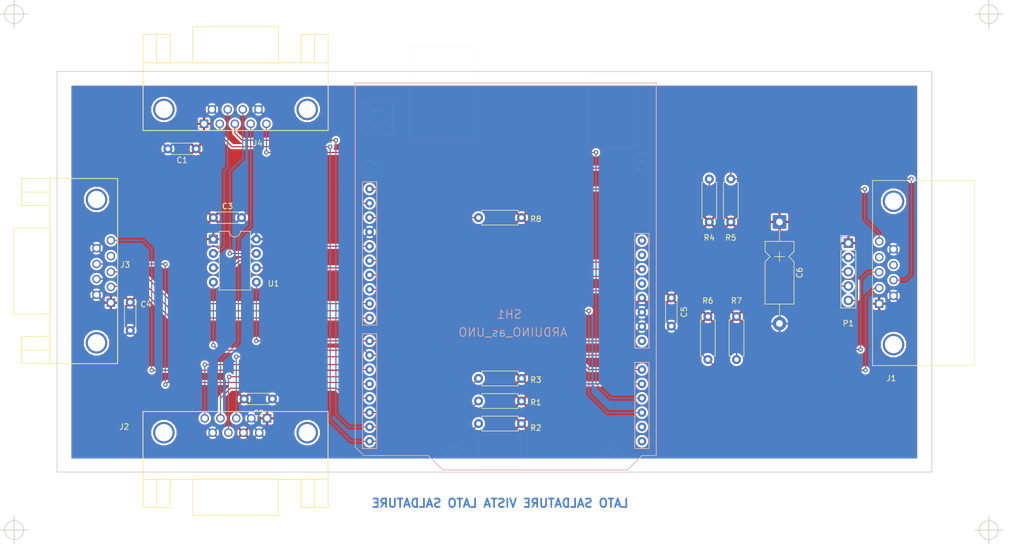
<source format=kicad_pcb>
(kicad_pcb (version 20171130) (host pcbnew "(5.0.0)")
  (layers (0 F.Cu signal) (31 B.Cu signal) (34 B.Paste user) (35 F.Paste user) (36 B.SilkS user) (37 F.SilkS user) (38 B.Mask user) (39 F.Mask user) (44 Edge.Cuts user))
  (net 0 "")
  (net 1 +5V)
  (net 2 GND)
  (net 3 /SDA)
  (net 4 /SCL)
  (net 5 /psbSBOpen)
  (net 6 /psbSBClose)
  (net 7 /DHTdata)
  (net 8 /PosReed)
  (net 9 /cmdSBOpen)
  (net 10 /cmdSBclose)
  (net 11 /WindSwitch)
  (net 12 /TX)
  (net 13 /RX)
  (net 14 /Pin2)
  (net 15 /DispData)
  (net 16 /DispClock)
  (net 17 /DispLoad)
  (net 18 /SP2)
  (net 19 /SP1)
  (net 20 /Zero)
  (net 21 "Net-(J3-Pad5)")
  (net 22 "Net-(J4-Pad5)")
  (net 23 "Net-(R8-Pad2)")
  (net 24 /swEndRun)
  (net 25 /WDReset)
  (net 26 /WDPulse)
  (module SHIELD_ARDUINO:ARDUINO_as_UNO_R3_CONTOUR (layer B.Cu) (at 151.002 82.822 270)
    (fp_text reference SH1 (at 6.731 -0.635 180) (layer B.SilkS) (effects (font (size 1.5 1.5)) (justify mirror)))
    (fp_text value ARDUINO_as_UNO (at 9.906 -1.27 180) (layer B.SilkS) (effects (font (size 1.5 1.5)) (justify mirror)))
    (pad NC thru_hole circle (at -6.35 -24.13 270) (size 1.524 1.524) (drill 0.762) (layers *.Cu *.Mask))
    (pad RST thru_hole circle (at -1.27 -24.13 270) (size 1.524 1.524) (drill 0.762) (layers *.Cu *.Mask) (net 25 /WDReset))
    (pad 3V3 thru_hole circle (at 1.27 -24.13 270) (size 1.524 1.524) (drill 0.762) (layers *.Cu *.Mask))
    (pad 5V thru_hole circle (at 3.81 -24.13 270) (size 1.524 1.524) (drill 0.762) (layers *.Cu *.Mask) (net 1 +5V))
    (pad GND1 thru_hole circle (at 6.35 -24.13 270) (size 1.524 1.524) (drill 0.762) (layers *.Cu *.Mask) (net 2 GND))
    (pad GND2 thru_hole circle (at 8.89 -24.13 270) (size 1.524 1.524) (drill 0.762) (layers *.Cu *.Mask) (net 2 GND))
    (pad VIN thru_hole circle (at 11.43 -24.13 270) (size 1.524 1.524) (drill 0.762) (layers *.Cu *.Mask))
    (pad A0 thru_hole circle (at 16.51 -24.13 270) (size 1.524 1.524) (drill 0.762) (layers *.Cu *.Mask) (net 20 /Zero))
    (pad A1 thru_hole circle (at 19.05 -24.13 270) (size 1.524 1.524) (drill 0.762) (layers *.Cu *.Mask) (net 21 "Net-(J3-Pad5)"))
    (pad A2 thru_hole circle (at 21.59 -24.13 270) (size 1.524 1.524) (drill 0.762) (layers *.Cu *.Mask) (net 22 "Net-(J4-Pad5)"))
    (pad A3 thru_hole circle (at 24.13 -24.13 270) (size 1.524 1.524) (drill 0.762) (layers *.Cu *.Mask) (net 24 /swEndRun))
    (pad A4/1 thru_hole circle (at 26.67 -24.13 270) (size 1.524 1.524) (drill 0.762) (layers *.Cu *.Mask))
    (pad A5/1 thru_hole circle (at 29.21 -24.13 270) (size 1.524 1.524) (drill 0.762) (layers *.Cu *.Mask))
    (pad 0 thru_hole circle (at 29.21 24.13 270) (size 1.524 1.524) (drill 0.762) (layers *.Cu *.Mask) (net 13 /RX))
    (pad 1 thru_hole circle (at 26.67 24.13 270) (size 1.524 1.524) (drill 0.762) (layers *.Cu *.Mask) (net 12 /TX))
    (pad 2 thru_hole circle (at 24.13 24.13 270) (size 1.524 1.524) (drill 0.762) (layers *.Cu *.Mask) (net 14 /Pin2))
    (pad 3 thru_hole circle (at 21.59 24.13 270) (size 1.524 1.524) (drill 0.762) (layers *.Cu *.Mask) (net 11 /WindSwitch))
    (pad 4 thru_hole circle (at 19.05 24.13 270) (size 1.524 1.524) (drill 0.762) (layers *.Cu *.Mask) (net 8 /PosReed))
    (pad 5 thru_hole circle (at 16.51 24.13 270) (size 1.524 1.524) (drill 0.762) (layers *.Cu *.Mask) (net 7 /DHTdata))
    (pad 6 thru_hole circle (at 13.97 24.13 270) (size 1.524 1.524) (drill 0.762) (layers *.Cu *.Mask) (net 5 /psbSBOpen))
    (pad 7 thru_hole circle (at 11.43 24.13 270) (size 1.524 1.524) (drill 0.762) (layers *.Cu *.Mask) (net 6 /psbSBClose))
    (pad 8 thru_hole circle (at 7.366 24.13 270) (size 1.524 1.524) (drill 0.762) (layers *.Cu *.Mask) (net 9 /cmdSBOpen))
    (pad 9 thru_hole circle (at 4.826 24.13 270) (size 1.524 1.524) (drill 0.762) (layers *.Cu *.Mask) (net 10 /cmdSBclose))
    (pad 10 thru_hole circle (at 2.286 24.13 270) (size 1.524 1.524) (drill 0.762) (layers *.Cu *.Mask) (net 17 /DispLoad))
    (pad 11 thru_hole circle (at -0.254 24.13 270) (size 1.524 1.524) (drill 0.762) (layers *.Cu *.Mask) (net 16 /DispClock))
    (pad 12 thru_hole circle (at -2.794 24.13 270) (size 1.524 1.524) (drill 0.762) (layers *.Cu *.Mask) (net 15 /DispData))
    (pad 13 thru_hole circle (at -5.334 24.13 270) (size 1.524 1.524) (drill 0.762) (layers *.Cu *.Mask) (net 26 /WDPulse))
    (pad GND3 thru_hole circle (at -7.874 24.13 270) (size 1.524 1.524) (drill 0.762) (layers *.Cu *.Mask) (net 2 GND))
    (pad AREF thru_hole circle (at -10.414 24.13 270) (size 1.524 1.524) (drill 0.762) (layers *.Cu *.Mask) (net 23 "Net-(R8-Pad2)"))
    (pad A4/2 thru_hole circle (at -12.954 24.13 270) (size 1.524 1.524) (drill 0.762) (layers *.Cu *.Mask) (net 3 /SDA))
    (pad A5/2 thru_hole circle (at -15.494 24.13 270) (size 1.524 1.524) (drill 0.762) (layers *.Cu *.Mask) (net 4 /SCL))
    (pad IREF thru_hole circle (at -3.81 -24.13 270) (size 1.524 1.524) (drill 0.762) (layers *.Cu *.Mask))
  )
  (module SUNBlind:DB9FCsmall (layer F.Cu) (at 108.711 107.968 180)
    (fp_text reference J2 (at 25.316 -1.492 180) (layer F.SilkS))
    (fp_text value DB9)
    (pad "" thru_hole circle (at 18.29 -2.54 180) (size 3.81 3.81) (drill 3.05) (layers *.Cu *.Mask))
    (pad "" thru_hole circle (at -7.11 -2.54 180) (size 3.81 3.81) (drill 3.05) (layers *.Cu *.Mask))
    (pad 1 thru_hole rect (at 0 0 180) (size 1.52 1.52) (drill 1.02) (layers *.Cu *.Mask) (net 1 +5V))
    (pad 2 thru_hole circle (at 2.79 0 180) (size 1.52 1.52) (drill 1.02) (layers *.Cu *.Mask) (net 2 GND))
    (pad 3 thru_hole circle (at 5.46 0 180) (size 1.52 1.52) (drill 1.02) (layers *.Cu *.Mask) (net 20 /Zero))
    (pad 4 thru_hole circle (at 8.26 0 180) (size 1.52 1.52) (drill 1.02) (layers *.Cu *.Mask) (net 14 /Pin2))
    (pad 5 thru_hole circle (at 11.05 0 180) (size 1.52 1.52) (drill 1.02) (layers *.Cu *.Mask) (net 7 /DHTdata))
    (pad 6 thru_hole circle (at 1.4 -2.54 180) (size 1.52 1.52) (drill 1.02) (layers *.Cu *.Mask) (net 2 GND))
    (pad 7 thru_hole circle (at 4.19 -2.54 180) (size 1.52 1.52) (drill 1.02) (layers *.Cu *.Mask) (net 1 +5V))
    (pad 8 thru_hole circle (at 6.86 -2.54 180) (size 1.52 1.52) (drill 1.02) (layers *.Cu *.Mask) (net 8 /PosReed))
    (pad 9 thru_hole circle (at 9.65 -2.54 180) (size 1.52 1.52) (drill 1.02) (layers *.Cu *.Mask) (net 2 GND))
  )
  (module Capacitors_ThroughHole:C_Disc_D4.3mm_W1.9mm_P5.00mm (layer F.Cu) (at 96.138 60.216 180)
    (fp_text reference C1 (at 2.5 -2.01 180) (layer F.SilkS))
    (fp_text value 100nF)
    (pad 1 thru_hole circle (at 0 0 180) (size 1.6 1.6) (drill 0.8) (layers *.Cu *.Mask) (net 1 +5V))
    (pad 2 thru_hole circle (at 5 0 180) (size 1.6 1.6) (drill 0.8) (layers *.Cu *.Mask) (net 2 GND))
  )
  (module Capacitors_ThroughHole:C_Disc_D4.3mm_W1.9mm_P5.00mm (layer F.Cu) (at 104.647 104.539)
    (fp_text reference C2 (at 2.54 2.54) (layer F.SilkS))
    (fp_text value 100nF)
    (pad 1 thru_hole circle (at 0 0) (size 1.6 1.6) (drill 0.8) (layers *.Cu *.Mask) (net 1 +5V))
    (pad 2 thru_hole circle (at 5 0) (size 1.6 1.6) (drill 0.8) (layers *.Cu *.Mask) (net 2 GND))
  )
  (module Capacitors_ThroughHole:C_Disc_D4.3mm_W1.9mm_P5.00mm (layer F.Cu) (at 99.186 72.408)
    (fp_text reference C3 (at 2.5 -2.01) (layer F.SilkS))
    (fp_text value 100nF)
    (pad 1 thru_hole circle (at 0 0) (size 1.6 1.6) (drill 0.8) (layers *.Cu *.Mask) (net 1 +5V))
    (pad 2 thru_hole circle (at 5 0) (size 1.6 1.6) (drill 0.8) (layers *.Cu *.Mask) (net 2 GND))
  )
  (module Capacitors_ThroughHole:C_Disc_D4.3mm_W1.9mm_P5.00mm (layer F.Cu) (at 84.454 87.394 270)
    (fp_text reference C4 (at 0.381 -2.794 180) (layer F.SilkS))
    (fp_text value 100nF)
    (pad 1 thru_hole circle (at 0 0 270) (size 1.6 1.6) (drill 0.8) (layers *.Cu *.Mask) (net 1 +5V))
    (pad 2 thru_hole circle (at 5 0 270) (size 1.6 1.6) (drill 0.8) (layers *.Cu *.Mask) (net 2 GND))
  )
  (module Housings_DIP:DIP-8_W7.62mm (layer F.Cu) (at 99.186 76.218)
    (fp_text reference U1 (at 10.668 7.874) (layer F.SilkS))
    (fp_text value PIC12F675-I/P)
    (pad 1 thru_hole rect (at 0 0) (size 1.6 1.6) (drill 0.8) (layers *.Cu *.Mask) (net 1 +5V))
    (pad 5 thru_hole oval (at 7.62 7.62) (size 1.6 1.6) (drill 0.8) (layers *.Cu *.Mask) (net 6 /psbSBClose))
    (pad 2 thru_hole oval (at 0 2.54) (size 1.6 1.6) (drill 0.8) (layers *.Cu *.Mask) (net 18 /SP2))
    (pad 6 thru_hole oval (at 7.62 5.08) (size 1.6 1.6) (drill 0.8) (layers *.Cu *.Mask) (net 25 /WDReset))
    (pad 3 thru_hole oval (at 0 5.08) (size 1.6 1.6) (drill 0.8) (layers *.Cu *.Mask) (net 26 /WDPulse))
    (pad 7 thru_hole oval (at 7.62 2.54) (size 1.6 1.6) (drill 0.8) (layers *.Cu *.Mask) (net 19 /SP1))
    (pad 4 thru_hole oval (at 0 7.62) (size 1.6 1.6) (drill 0.8) (layers *.Cu *.Mask) (net 5 /psbSBOpen))
    (pad 8 thru_hole oval (at 7.62 0) (size 1.6 1.6) (drill 0.8) (layers *.Cu *.Mask) (net 2 GND))
  )
  (module Pin_Headers:Pin_Header_Straight_1x05_Pitch2.54mm (layer F.Cu) (at 211.708 76.9165)
    (fp_text reference P1 (at 0 14.224) (layer F.SilkS))
    (fp_text value CONN_01X05)
    (pad 1 thru_hole rect (at 0 0) (size 1.7 1.7) (drill 1) (layers *.Cu *.Mask) (net 1 +5V))
    (pad 2 thru_hole oval (at 0 2.54) (size 1.7 1.7) (drill 1) (layers *.Cu *.Mask) (net 2 GND))
    (pad 3 thru_hole oval (at 0 5.08) (size 1.7 1.7) (drill 1) (layers *.Cu *.Mask) (net 15 /DispData))
    (pad 4 thru_hole oval (at 0 7.62) (size 1.7 1.7) (drill 1) (layers *.Cu *.Mask) (net 17 /DispLoad))
    (pad 5 thru_hole oval (at 0 10.16) (size 1.7 1.7) (drill 1) (layers *.Cu *.Mask) (net 16 /DispClock))
  )
  (module SUNBlind:DB9FCsmall (layer F.Cu) (at 81.026 87.48 90)
    (fp_text reference J3 (at 6.731 2.54) (layer F.SilkS))
    (fp_text value DB9)
    (pad "" thru_hole circle (at 18.29 -2.54 90) (size 3.81 3.81) (drill 3.05) (layers *.Cu *.Mask))
    (pad "" thru_hole circle (at -7.11 -2.54 90) (size 3.81 3.81) (drill 3.05) (layers *.Cu *.Mask))
    (pad 1 thru_hole rect (at 0 0 90) (size 1.52 1.52) (drill 1.02) (layers *.Cu *.Mask) (net 1 +5V))
    (pad 2 thru_hole circle (at 2.79 0 90) (size 1.52 1.52) (drill 1.02) (layers *.Cu *.Mask) (net 9 /cmdSBOpen))
    (pad 3 thru_hole circle (at 5.46 0 90) (size 1.52 1.52) (drill 1.02) (layers *.Cu *.Mask) (net 10 /cmdSBclose))
    (pad 4 thru_hole circle (at 8.26 0 90) (size 1.52 1.52) (drill 1.02) (layers *.Cu *.Mask))
    (pad 5 thru_hole circle (at 11.05 0 90) (size 1.52 1.52) (drill 1.02) (layers *.Cu *.Mask) (net 21 "Net-(J3-Pad5)"))
    (pad 6 thru_hole circle (at 1.4 -2.54 90) (size 1.52 1.52) (drill 1.02) (layers *.Cu *.Mask) (net 2 GND))
    (pad 7 thru_hole circle (at 4.19 -2.54 90) (size 1.52 1.52) (drill 1.02) (layers *.Cu *.Mask) (net 24 /swEndRun))
    (pad 8 thru_hole circle (at 6.86 -2.54 90) (size 1.52 1.52) (drill 1.02) (layers *.Cu *.Mask) (net 11 /WindSwitch))
    (pad 9 thru_hole circle (at 9.65 -2.54 90) (size 1.52 1.52) (drill 1.02) (layers *.Cu *.Mask) (net 2 GND))
  )
  (module SUNBlind:DB9FCsmall (layer F.Cu) (at 97.535 55.771)
    (fp_text reference J4 (at 9.524 3.47 180) (layer F.SilkS))
    (fp_text value DB9)
    (pad "" thru_hole circle (at 18.29 -2.54) (size 3.81 3.81) (drill 3.05) (layers *.Cu *.Mask))
    (pad "" thru_hole circle (at -7.11 -2.54) (size 3.81 3.81) (drill 3.05) (layers *.Cu *.Mask))
    (pad 1 thru_hole rect (at 0 0) (size 1.52 1.52) (drill 1.02) (layers *.Cu *.Mask) (net 1 +5V))
    (pad 2 thru_hole circle (at 2.79 0) (size 1.52 1.52) (drill 1.02) (layers *.Cu *.Mask) (net 13 /RX))
    (pad 3 thru_hole circle (at 5.46 0) (size 1.52 1.52) (drill 1.02) (layers *.Cu *.Mask) (net 12 /TX))
    (pad 4 thru_hole circle (at 8.26 0) (size 1.52 1.52) (drill 1.02) (layers *.Cu *.Mask) (net 14 /Pin2))
    (pad 5 thru_hole circle (at 11.05 0) (size 1.52 1.52) (drill 1.02) (layers *.Cu *.Mask) (net 22 "Net-(J4-Pad5)"))
    (pad 6 thru_hole circle (at 1.4 -2.54) (size 1.52 1.52) (drill 1.02) (layers *.Cu *.Mask) (net 2 GND))
    (pad 7 thru_hole circle (at 4.19 -2.54) (size 1.52 1.52) (drill 1.02) (layers *.Cu *.Mask) (net 18 /SP2))
    (pad 8 thru_hole circle (at 6.86 -2.54) (size 1.52 1.52) (drill 1.02) (layers *.Cu *.Mask) (net 19 /SP1))
    (pad 9 thru_hole circle (at 9.65 -2.54) (size 1.52 1.52) (drill 1.02) (layers *.Cu *.Mask) (net 2 GND))
  )
  (module Connect:DB9MC (layer F.Cu) (at 217.177 87.6662 270)
    (fp_text reference J1 (at 13.1898 -2.151) (layer F.SilkS))
    (fp_text value DB9)
    (pad "" thru_hole circle (at 7.24 -2.54 270) (size 3.81 3.81) (drill 3.05) (layers *.Cu *.Mask))
    (pad "" thru_hole circle (at -18.16 -2.54 270) (size 3.81 3.81) (drill 3.05) (layers *.Cu *.Mask))
    (pad 1 thru_hole rect (at 0 0 270) (size 1.52 1.52) (drill 1.02) (layers *.Cu *.Mask) (net 1 +5V))
    (pad 2 thru_hole circle (at -2.79 0 270) (size 1.52 1.52) (drill 1.02) (layers *.Cu *.Mask) (net 5 /psbSBOpen))
    (pad 3 thru_hole circle (at -5.59 0 270) (size 1.52 1.52) (drill 1.02) (layers *.Cu *.Mask) (net 6 /psbSBClose))
    (pad 4 thru_hole circle (at -8.25 0 270) (size 1.52 1.52) (drill 1.02) (layers *.Cu *.Mask))
    (pad 5 thru_hole circle (at -11.05 0 270) (size 1.52 1.52) (drill 1.02) (layers *.Cu *.Mask) (net 4 /SCL))
    (pad 9 thru_hole circle (at -9.65 -2.54 270) (size 1.52 1.52) (drill 1.02) (layers *.Cu *.Mask) (net 2 GND))
    (pad 8 thru_hole circle (at -6.86 -2.54 270) (size 1.52 1.52) (drill 1.02) (layers *.Cu *.Mask))
    (pad 7 thru_hole circle (at -4.19 -2.54 270) (size 1.52 1.52) (drill 1.02) (layers *.Cu *.Mask) (net 3 /SDA))
    (pad 6 thru_hole circle (at -1.4 -2.54 270) (size 1.52 1.52) (drill 1.02) (layers *.Cu *.Mask) (net 2 GND))
  )
  (module Resistors_ThroughHole:R_Axial_DIN0207_L6.3mm_D2.5mm_P7.62mm_Horizontal (layer F.Cu) (at 153.8 104.9 180)
    (fp_text reference R1 (at -2.54 -0.254 180) (layer F.SilkS))
    (fp_text value 10kR)
    (pad 1 thru_hole circle (at 0 0 180) (size 1.6 1.6) (drill 0.8) (layers *.Cu *.Mask) (net 1 +5V))
    (pad 2 thru_hole oval (at 7.62 0 180) (size 1.6 1.6) (drill 0.8) (layers *.Cu *.Mask) (net 12 /TX))
  )
  (module Resistors_ThroughHole:R_Axial_DIN0207_L6.3mm_D2.5mm_P7.62mm_Horizontal (layer F.Cu) (at 153.8 108.9 180)
    (fp_text reference R2 (at -2.54 -0.762 180) (layer F.SilkS))
    (fp_text value 10kR)
    (pad 1 thru_hole circle (at 0 0 180) (size 1.6 1.6) (drill 0.8) (layers *.Cu *.Mask) (net 1 +5V))
    (pad 2 thru_hole oval (at 7.62 0 180) (size 1.6 1.6) (drill 0.8) (layers *.Cu *.Mask) (net 13 /RX))
  )
  (module Resistors_ThroughHole:R_Axial_DIN0207_L6.3mm_D2.5mm_P7.62mm_Horizontal (layer F.Cu) (at 153.8 100.9 180)
    (fp_text reference R3 (at -2.54 -0.254 180) (layer F.SilkS))
    (fp_text value 10kR)
    (pad 1 thru_hole circle (at 0 0 180) (size 1.6 1.6) (drill 0.8) (layers *.Cu *.Mask) (net 1 +5V))
    (pad 2 thru_hole oval (at 7.62 0 180) (size 1.6 1.6) (drill 0.8) (layers *.Cu *.Mask) (net 14 /Pin2))
  )
  (module Resistors_ThroughHole:R_Axial_DIN0207_L6.3mm_D2.5mm_P7.62mm_Horizontal (layer F.Cu) (at 187.07 73.17 90)
    (fp_text reference R4 (at -2.794 0 180) (layer F.SilkS))
    (fp_text value 10kR)
    (pad 1 thru_hole circle (at 0 0 90) (size 1.6 1.6) (drill 0.8) (layers *.Cu *.Mask) (net 1 +5V))
    (pad 2 thru_hole oval (at 7.62 0 90) (size 1.6 1.6) (drill 0.8) (layers *.Cu *.Mask) (net 4 /SCL))
  )
  (module Resistors_ThroughHole:R_Axial_DIN0207_L6.3mm_D2.5mm_P7.62mm_Horizontal (layer F.Cu) (at 190.88 73.17 90)
    (fp_text reference R5 (at -2.794 0 180) (layer F.SilkS))
    (fp_text value 10kR)
    (pad 1 thru_hole circle (at 0 0 90) (size 1.6 1.6) (drill 0.8) (layers *.Cu *.Mask) (net 1 +5V))
    (pad 2 thru_hole oval (at 7.62 0 90) (size 1.6 1.6) (drill 0.8) (layers *.Cu *.Mask) (net 3 /SDA))
  )
  (module Resistors_ThroughHole:R_Axial_DIN0207_L6.3mm_D2.5mm_P7.62mm_Horizontal (layer F.Cu) (at 186.816 89.934 270)
    (fp_text reference R6 (at -2.794 0) (layer F.SilkS))
    (fp_text value 10kR)
    (pad 1 thru_hole circle (at 0 0 270) (size 1.6 1.6) (drill 0.8) (layers *.Cu *.Mask) (net 1 +5V))
    (pad 2 thru_hole oval (at 7.62 0 270) (size 1.6 1.6) (drill 0.8) (layers *.Cu *.Mask) (net 5 /psbSBOpen))
  )
  (module Resistors_ThroughHole:R_Axial_DIN0207_L6.3mm_D2.5mm_P7.62mm_Horizontal (layer F.Cu) (at 191.896 89.934 270)
    (fp_text reference R7 (at -2.794 0) (layer F.SilkS))
    (fp_text value 10kR)
    (pad 1 thru_hole circle (at 0 0 270) (size 1.6 1.6) (drill 0.8) (layers *.Cu *.Mask) (net 1 +5V))
    (pad 2 thru_hole oval (at 7.62 0 270) (size 1.6 1.6) (drill 0.8) (layers *.Cu *.Mask) (net 6 /psbSBClose))
  )
  (module Resistors_ThroughHole:R_Axial_DIN0207_L6.3mm_D2.5mm_P7.62mm_Horizontal (layer F.Cu) (at 153.796 72.408 180)
    (fp_text reference R8 (at -2.54 -0.254 180) (layer F.SilkS))
    (fp_text value 100R)
    (pad 1 thru_hole circle (at 0 0 180) (size 1.6 1.6) (drill 0.8) (layers *.Cu *.Mask) (net 1 +5V))
    (pad 2 thru_hole oval (at 7.62 0 180) (size 1.6 1.6) (drill 0.8) (layers *.Cu *.Mask) (net 23 "Net-(R8-Pad2)"))
  )
  (module Capacitors_ThroughHole:C_Disc_D4.3mm_W1.9mm_P5.00mm (layer F.Cu) (at 180.339 86.632 270)
    (fp_text reference C5 (at 2.5 -2.26 270) (layer F.SilkS))
    (fp_text value 100nF)
    (pad 1 thru_hole circle (at 0 0 270) (size 1.6 1.6) (drill 0.8) (layers *.Cu *.Mask) (net 1 +5V))
    (pad 2 thru_hole circle (at 5 0 270) (size 1.6 1.6) (drill 0.8) (layers *.Cu *.Mask) (net 2 GND))
  )
  (module Capacitors_ThroughHole:CP_Axial_L11.0mm_D5.0mm_P18.00mm_Horizontal (layer F.Cu) (at 199.516 73.17 270)
    (fp_text reference C6 (at 9 -3.56 270) (layer F.SilkS))
    (fp_text value 100uF)
    (pad 1 thru_hole rect (at 0 0 270) (size 2.4 2.4) (drill 1.2) (layers *.Cu *.Mask) (net 1 +5V))
    (pad 2 thru_hole oval (at 18 0 270) (size 2.4 2.4) (drill 1.2) (layers *.Cu *.Mask) (net 2 GND))
  )
  (target plus (at 63.88 127.78) (size 5) (width 0.15) (layer Edge.Cuts))
  (target plus (at 236.6 127.78) (size 5) (width 0.15) (layer Edge.Cuts))
  (target plus (at 236.6 36.34) (size 5) (width 0.15) (layer Edge.Cuts))
  (target plus (at 63.88 36.34) (size 5) (width 0.15) (layer Edge.Cuts))
  (gr_text "LATO SALDATURE VISTA LATO SALDATURE\n" (at 150 123) (layer B.Cu) (effects (font (size 1.5 1.5) (thickness 0.3)) (justify mirror)))
  (gr_line (start 226.5 46.5) (end 226.5 117.5) (angle 90) (layer Edge.Cuts) (width 0.15))
  (gr_line (start 71.5 46.5) (end 226.5 46.5) (angle 90) (layer Edge.Cuts) (width 0.15))
  (gr_line (start 71.5 46.5) (end 71.5 117.5) (angle 90) (layer Edge.Cuts) (width 0.15))
  (gr_line (start 71.5 117.5) (end 226.5 117.5) (angle 90) (layer Edge.Cuts) (width 0.15))
  (segment (start 126.872 63.645) (end 126.618 63.645) (width 0.2) (layer F.Cu) (net 3))
  (segment (start 125.221 69.868) (end 126.872 69.868) (width 0.2) (layer F.Cu) (net 3))
  (segment (start 124.967 69.614) (end 125.221 69.868) (width 0.2) (layer F.Cu) (net 3))
  (segment (start 124.967 65.296) (end 124.967 69.614) (width 0.2) (layer F.Cu) (net 3))
  (segment (start 126.618 63.645) (end 124.967 65.296) (width 0.2) (layer F.Cu) (net 3))
  (segment (start 190.88 65.55) (end 190.88 64.407) (width 0.2) (layer F.Cu) (net 3))
  (segment (start 190.118 63.645) (end 126.872 63.645) (width 0.2) (layer F.Cu) (net 3))
  (segment (start 190.88 64.407) (end 190.118 63.645) (width 0.2) (layer F.Cu) (net 3))
  (segment (start 219.717 83.4762) (end 221.8488 83.4762) (width 0.2) (layer B.Cu) (net 3))
  (segment (start 222.884 65.55) (end 190.88 65.55) (width 0.2) (layer F.Cu) (net 3))
  (via (at 222.884 65.55) (size 0.8) (drill 0.4) (layers F.Cu B.Cu) (net 3))
  (segment (start 222.884 82.441) (end 222.884 65.55) (width 0.2) (layer B.Cu) (net 3))
  (segment (start 221.8488 83.4762) (end 222.884 82.441) (width 0.2) (layer B.Cu) (net 3))
  (segment (start 217.177 76.6162) (end 217.177 75.21) (width 0.2) (layer B.Cu) (net 4))
  (segment (start 214.629 72.662) (end 214.629 67.328) (width 0.2) (layer B.Cu) (net 4))
  (segment (start 217.177 75.21) (end 214.629 72.662) (width 0.2) (layer B.Cu) (net 4))
  (segment (start 187.07 67.328) (end 214.629 67.328) (width 0.2) (layer F.Cu) (net 4))
  (via (at 214.629 67.328) (size 0.8) (drill 0.4) (layers F.Cu B.Cu) (net 4))
  (segment (start 216.7417 76.5527) (end 217.177 76.6162) (width 0.2) (layer B.Cu) (net 4))
  (segment (start 126.872 67.328) (end 187.07 67.328) (width 0.2) (layer F.Cu) (net 4))
  (segment (start 187.07 67.328) (end 187.07 65.55) (width 0.2) (layer F.Cu) (net 4))
  (via (at 99.186 95.014) (size 0.8) (drill 0.4) (layers F.Cu B.Cu) (net 5))
  (segment (start 126.872 96.792) (end 125.983 95.903) (width 0.2) (layer F.Cu) (net 5))
  (segment (start 100.075 95.903) (end 125.983 95.903) (width 0.2) (layer F.Cu) (net 5))
  (segment (start 100.075 95.903) (end 99.186 95.014) (width 0.2) (layer F.Cu) (net 5))
  (segment (start 186.816 97.554) (end 185.927 96.792) (width 0.2) (layer F.Cu) (net 5))
  (segment (start 185.927 96.792) (end 126.999 96.792) (width 0.2) (layer F.Cu) (net 5))
  (segment (start 126.999 96.792) (end 126.872 96.792) (width 0.2) (layer F.Cu) (net 5))
  (segment (start 217.177 84.8762) (end 216.3848 84.8762) (width 0.2) (layer B.Cu) (net 5))
  (segment (start 188.721 99.459) (end 186.816 97.554) (width 0.2) (layer F.Cu) (net 5))
  (segment (start 203.961 99.459) (end 188.721 99.459) (width 0.2) (layer F.Cu) (net 5))
  (segment (start 214.756 99.459) (end 203.961 99.459) (width 0.2) (layer F.Cu) (net 5))
  (via (at 214.756 99.459) (size 0.8) (drill 0.4) (layers F.Cu B.Cu) (net 5))
  (segment (start 214.756 86.505) (end 214.756 99.459) (width 0.2) (layer B.Cu) (net 5))
  (segment (start 216.3848 84.8762) (end 214.756 86.505) (width 0.2) (layer B.Cu) (net 5))
  (segment (start 99.186 83.838) (end 99.186 95.014) (width 0.2) (layer B.Cu) (net 5))
  (segment (start 191.896 95.776) (end 213.867 95.776) (width 0.2) (layer F.Cu) (net 6))
  (segment (start 215.137 82.06) (end 217.1608 82.06) (width 0.2) (layer B.Cu) (net 6))
  (segment (start 213.867 83.33) (end 215.137 82.06) (width 0.2) (layer B.Cu) (net 6))
  (segment (start 213.867 95.776) (end 213.867 83.33) (width 0.2) (layer B.Cu) (net 6))
  (via (at 213.867 95.776) (size 0.8) (drill 0.4) (layers F.Cu B.Cu) (net 6))
  (segment (start 217.1608 82.06) (end 217.177 82.0762) (width 0.2) (layer B.Cu) (net 6))
  (segment (start 191.896 97.554) (end 191.896 95.776) (width 0.2) (layer F.Cu) (net 6))
  (segment (start 170.052 94.252) (end 171.576 95.776) (width 0.2) (layer F.Cu) (net 6))
  (segment (start 171.576 95.776) (end 191.896 95.776) (width 0.2) (layer F.Cu) (net 6))
  (segment (start 170.052 94.252) (end 126.872 94.252) (width 0.2) (layer F.Cu) (net 6))
  (segment (start 126.872 94.252) (end 106.806 94.252) (width 0.2) (layer F.Cu) (net 6))
  (segment (start 106.806 94.252) (end 106.806 83.838) (width 0.2) (layer B.Cu) (net 6))
  (via (at 106.806 94.252) (size 0.8) (drill 0.4) (layers F.Cu B.Cu) (net 6))
  (segment (start 97.662 98.443) (end 123.316 98.443) (width 0.2) (layer F.Cu) (net 7))
  (segment (start 126.872 99.332) (end 124.205 99.332) (width 0.2) (layer F.Cu) (net 7))
  (segment (start 124.205 99.332) (end 123.316 98.443) (width 0.2) (layer F.Cu) (net 7))
  (segment (start 97.661 98.444) (end 97.661 107.968) (width 0.2) (layer B.Cu) (net 7))
  (segment (start 97.662 98.443) (end 97.661 98.444) (width 0.2) (layer B.Cu) (net 7))
  (via (at 97.662 98.443) (size 0.8) (drill 0.4) (layers F.Cu B.Cu) (net 7))
  (segment (start 101.98 100.602) (end 122.427 100.602) (width 0.2) (layer F.Cu) (net 8))
  (segment (start 101.851 110.508) (end 101.851 100.731) (width 0.2) (layer B.Cu) (net 8))
  (segment (start 101.98 100.602) (end 101.851 100.731) (width 0.2) (layer B.Cu) (net 8))
  (via (at 101.98 100.602) (size 0.8) (drill 0.4) (layers F.Cu B.Cu) (net 8))
  (segment (start 122.427 100.602) (end 123.697 101.872) (width 0.2) (layer F.Cu) (net 8))
  (segment (start 126.872 101.872) (end 123.697 101.872) (width 0.2) (layer F.Cu) (net 8))
  (segment (start 91.947 90.188) (end 91.566 90.188) (width 0.2) (layer F.Cu) (net 9))
  (segment (start 91.566 90.188) (end 85.978 84.6) (width 0.2) (layer F.Cu) (net 9))
  (segment (start 126.872 90.188) (end 91.947 90.188) (width 0.2) (layer F.Cu) (net 9))
  (segment (start 81.751 84.6) (end 81.026 84.69) (width 0.2) (layer F.Cu) (net 9))
  (segment (start 85.978 84.6) (end 81.751 84.6) (width 0.2) (layer F.Cu) (net 9))
  (segment (start 92.836 87.648) (end 92.074 87.648) (width 0.2) (layer F.Cu) (net 10))
  (segment (start 92.074 87.648) (end 86.446 82.02) (width 0.2) (layer F.Cu) (net 10))
  (segment (start 81.026 82.02) (end 86.446 82.02) (width 0.2) (layer F.Cu) (net 10))
  (segment (start 92.836 87.648) (end 126.872 87.648) (width 0.2) (layer F.Cu) (net 10))
  (segment (start 90.634 80.62) (end 78.486 80.62) (width 0.2) (layer F.Cu) (net 11))
  (segment (start 90.677 80.663) (end 90.634 80.62) (width 0.2) (layer F.Cu) (net 11))
  (via (at 90.677 80.663) (size 0.8) (drill 0.4) (layers F.Cu B.Cu) (net 11))
  (segment (start 90.677 101.999) (end 90.677 80.663) (width 0.2) (layer B.Cu) (net 11))
  (via (at 90.677 101.999) (size 0.8) (drill 0.4) (layers F.Cu B.Cu) (net 11))
  (segment (start 124.332 104.412) (end 126.872 104.412) (width 0.2) (layer F.Cu) (net 11))
  (segment (start 121.538 101.618) (end 124.332 104.412) (width 0.2) (layer F.Cu) (net 11))
  (segment (start 91.095998 101.618) (end 121.538 101.618) (width 0.2) (layer F.Cu) (net 11))
  (segment (start 91.076999 101.599001) (end 91.095998 101.618) (width 0.2) (layer F.Cu) (net 11))
  (segment (start 90.677 101.999) (end 91.076999 101.599001) (width 0.2) (layer F.Cu) (net 11))
  (segment (start 104.393 58.692) (end 104.266 58.692) (width 0.2) (layer F.Cu) (net 12))
  (segment (start 102.995 57.421) (end 102.995 55.771) (width 0.2) (layer F.Cu) (net 12))
  (segment (start 104.266 58.692) (end 102.995 57.421) (width 0.2) (layer F.Cu) (net 12))
  (segment (start 126.872 109.492) (end 123.189 109.492) (width 0.2) (layer B.Cu) (net 12))
  (segment (start 123.189 109.492) (end 120.903 107.206) (width 0.2) (layer B.Cu) (net 12))
  (segment (start 146.18 104.9) (end 146.18 104.916) (width 0.2) (layer F.Cu) (net 12))
  (segment (start 146.18 104.916) (end 141.604 109.492) (width 0.2) (layer F.Cu) (net 12))
  (segment (start 141.604 109.492) (end 138.048 109.492) (width 0.2) (layer F.Cu) (net 12))
  (segment (start 120.903 67.836) (end 120.903 58.692) (width 0.2) (layer B.Cu) (net 12))
  (via (at 120.903 58.692) (size 0.8) (drill 0.4) (layers F.Cu B.Cu) (net 12))
  (segment (start 120.903 58.692) (end 113.41 58.692) (width 0.2) (layer F.Cu) (net 12))
  (segment (start 113.41 58.692) (end 104.393 58.692) (width 0.2) (layer F.Cu) (net 12))
  (segment (start 120.903 75.71) (end 120.903 67.836) (width 0.2) (layer B.Cu) (net 12))
  (segment (start 120.903 67.836) (end 120.903 67.455) (width 0.2) (layer B.Cu) (net 12))
  (segment (start 120.903 86.251) (end 120.903 75.71) (width 0.2) (layer B.Cu) (net 12))
  (segment (start 120.903 88.156) (end 120.903 86.251) (width 0.2) (layer B.Cu) (net 12))
  (segment (start 120.903 93.363) (end 120.903 88.156) (width 0.2) (layer B.Cu) (net 12))
  (segment (start 120.903 107.206) (end 120.903 93.363) (width 0.2) (layer B.Cu) (net 12))
  (segment (start 126.872 109.492) (end 138.048 109.492) (width 0.2) (layer F.Cu) (net 12))
  (segment (start 103.377 59.835) (end 102.488 59.835) (width 0.2) (layer F.Cu) (net 13))
  (segment (start 100.325 57.672) (end 100.325 55.771) (width 0.2) (layer F.Cu) (net 13))
  (segment (start 102.488 59.835) (end 100.325 57.672) (width 0.2) (layer F.Cu) (net 13))
  (segment (start 119.887 107.841) (end 119.887 108.349) (width 0.2) (layer B.Cu) (net 13))
  (segment (start 123.57 112.032) (end 126.872 112.032) (width 0.2) (layer B.Cu) (net 13))
  (segment (start 119.887 108.349) (end 123.57 112.032) (width 0.2) (layer B.Cu) (net 13))
  (segment (start 146.18 108.9) (end 146.18 108.98) (width 0.2) (layer F.Cu) (net 13))
  (segment (start 146.18 108.98) (end 143.128 112.032) (width 0.2) (layer F.Cu) (net 13))
  (segment (start 143.128 112.032) (end 139.572 112.032) (width 0.2) (layer F.Cu) (net 13))
  (via (at 119.887 59.835) (size 0.8) (drill 0.4) (layers F.Cu B.Cu) (net 13))
  (segment (start 103.377 59.835) (end 107.441 59.835) (width 0.2) (layer F.Cu) (net 13))
  (segment (start 107.441 59.835) (end 119.887 59.835) (width 0.2) (layer F.Cu) (net 13))
  (segment (start 119.887 59.835) (end 119.887 107.841) (width 0.2) (layer B.Cu) (net 13))
  (segment (start 139.572 112.032) (end 126.872 112.032) (width 0.2) (layer F.Cu) (net 13))
  (segment (start 132.714 81.298) (end 106.806 81.298) (width 0.2) (layer F.Cu) (net 25))
  (segment (start 175.132 81.552) (end 132.968 81.552) (width 0.2) (layer F.Cu) (net 25))
  (segment (start 132.968 81.552) (end 132.714 81.298) (width 0.2) (layer F.Cu) (net 25))
  (segment (start 105.795 61.232) (end 105.795 73.927) (width 0.2) (layer B.Cu) (net 14))
  (segment (start 103.631 94.506) (end 101.98 96.157) (width 0.2) (layer B.Cu) (net 14))
  (segment (start 103.631 76.091) (end 103.631 94.506) (width 0.2) (layer B.Cu) (net 14))
  (segment (start 105.795 73.927) (end 103.631 76.091) (width 0.2) (layer B.Cu) (net 14))
  (segment (start 101.98 96.157) (end 100.451 97.686) (width 0.2) (layer B.Cu) (net 14))
  (segment (start 135.508 106.952) (end 140.128 106.952) (width 0.2) (layer F.Cu) (net 14))
  (segment (start 140.128 106.952) (end 146.18 100.9) (width 0.2) (layer F.Cu) (net 14))
  (segment (start 100.451 107.968) (end 100.451 97.686) (width 0.2) (layer B.Cu) (net 14))
  (segment (start 105.795 61.232) (end 105.795 55.771) (width 0.2) (layer B.Cu) (net 14))
  (segment (start 135.508 106.952) (end 126.872 106.952) (width 0.2) (layer F.Cu) (net 14))
  (segment (start 100.451 107.968) (end 100.451 104.417) (width 0.2) (layer F.Cu) (net 14))
  (segment (start 100.451 104.417) (end 102.234 102.634) (width 0.2) (layer F.Cu) (net 14))
  (segment (start 102.234 102.634) (end 121.03 102.634) (width 0.2) (layer F.Cu) (net 14))
  (segment (start 125.348 106.952) (end 126.872 106.952) (width 0.2) (layer F.Cu) (net 14))
  (segment (start 121.03 102.634) (end 125.348 106.952) (width 0.2) (layer F.Cu) (net 14))
  (segment (start 126.872 80.028) (end 165.988 80.028) (width 0.2) (layer F.Cu) (net 15))
  (segment (start 206.6915 81.9965) (end 211.708 81.9965) (width 0.2) (layer F.Cu) (net 15))
  (segment (start 204.977 80.282) (end 206.6915 81.9965) (width 0.2) (layer F.Cu) (net 15))
  (segment (start 166.242 80.282) (end 204.977 80.282) (width 0.2) (layer F.Cu) (net 15))
  (segment (start 165.988 80.028) (end 166.242 80.282) (width 0.2) (layer F.Cu) (net 15))
  (segment (start 211.708 87.0765) (end 212.9145 87.0765) (width 0.2) (layer F.Cu) (net 16))
  (segment (start 133.095 82.568) (end 126.872 82.568) (width 0.2) (layer F.Cu) (net 16))
  (segment (start 133.349 82.822) (end 133.095 82.568) (width 0.2) (layer F.Cu) (net 16))
  (segment (start 180.466 82.822) (end 133.349 82.822) (width 0.2) (layer F.Cu) (net 16))
  (segment (start 180.974 83.33) (end 180.466 82.822) (width 0.2) (layer F.Cu) (net 16))
  (segment (start 212.851 83.33) (end 180.974 83.33) (width 0.2) (layer F.Cu) (net 16))
  (segment (start 213.232 83.711) (end 212.851 83.33) (width 0.2) (layer F.Cu) (net 16))
  (segment (start 213.232 86.759) (end 213.232 83.711) (width 0.2) (layer F.Cu) (net 16))
  (segment (start 212.9145 87.0765) (end 213.232 86.759) (width 0.2) (layer F.Cu) (net 16))
  (segment (start 211.708 84.5365) (end 208.5965 84.5365) (width 0.2) (layer F.Cu) (net 17))
  (segment (start 208.66 84.5365) (end 208.5965 84.5365) (width 0.2) (layer F.Cu) (net 17))
  (segment (start 208.5965 84.5365) (end 178.4975 84.5365) (width 0.2) (layer F.Cu) (net 17))
  (segment (start 132.079 85.108) (end 126.872 85.108) (width 0.2) (layer F.Cu) (net 17))
  (segment (start 132.206 85.362) (end 132.079 85.108) (width 0.2) (layer F.Cu) (net 17))
  (segment (start 177.672 85.362) (end 132.206 85.362) (width 0.2) (layer F.Cu) (net 17))
  (segment (start 178.4975 84.5365) (end 177.672 85.362) (width 0.2) (layer F.Cu) (net 17))
  (segment (start 126.872 77.488) (end 115.061 77.488) (width 0.2) (layer F.Cu) (net 26))
  (segment (start 115.061 77.488) (end 112.521 80.028) (width 0.2) (layer F.Cu) (net 26))
  (segment (start 102.488 81.298) (end 99.186 81.298) (width 0.2) (layer F.Cu) (net 26))
  (segment (start 112.521 80.028) (end 103.758 80.028) (width 0.2) (layer F.Cu) (net 26))
  (segment (start 103.758 80.028) (end 102.742 81.044) (width 0.2) (layer F.Cu) (net 26))
  (segment (start 102.742 81.044) (end 102.488 81.298) (width 0.2) (layer F.Cu) (net 26))
  (segment (start 99.186 78.758) (end 99.821 78.758) (width 0.2) (layer B.Cu) (net 18))
  (segment (start 99.821 78.758) (end 101.091 77.488) (width 0.2) (layer B.Cu) (net 18))
  (segment (start 101.091 64.153) (end 101.725 63.519) (width 0.2) (layer B.Cu) (net 18))
  (segment (start 101.091 77.488) (end 101.091 64.153) (width 0.2) (layer B.Cu) (net 18))
  (segment (start 101.725 63.519) (end 101.725 53.231) (width 0.2) (layer B.Cu) (net 18))
  (segment (start 102.107 78.758) (end 102.107 64.153) (width 0.2) (layer B.Cu) (net 19))
  (segment (start 102.107 64.153) (end 103.758 62.502) (width 0.2) (layer B.Cu) (net 19))
  (segment (start 103.758 62.502) (end 104.395 61.865) (width 0.2) (layer B.Cu) (net 19))
  (segment (start 104.395 61.865) (end 104.395 53.231) (width 0.2) (layer B.Cu) (net 19))
  (via (at 102.107 78.758) (size 0.8) (drill 0.4) (layers F.Cu B.Cu) (net 19))
  (segment (start 106.806 78.758) (end 102.107 78.758) (width 0.2) (layer F.Cu) (net 19))
  (segment (start 125.602 98.062) (end 124.84 98.062) (width 0.2) (layer F.Cu) (net 20))
  (segment (start 103.251 97.047) (end 103.251 107.968) (width 0.2) (layer B.Cu) (net 20))
  (segment (start 103.25 97.046) (end 103.251 97.047) (width 0.2) (layer B.Cu) (net 20))
  (via (at 103.25 97.046) (size 0.8) (drill 0.4) (layers F.Cu B.Cu) (net 20))
  (segment (start 123.824 97.046) (end 103.25 97.046) (width 0.2) (layer F.Cu) (net 20))
  (segment (start 124.84 98.062) (end 123.824 97.046) (width 0.2) (layer F.Cu) (net 20))
  (segment (start 165.734 99.332) (end 175.132 99.332) (width 0.2) (layer F.Cu) (net 20))
  (segment (start 164.464 98.062) (end 165.734 99.332) (width 0.2) (layer F.Cu) (net 20))
  (segment (start 125.602 98.062) (end 164.464 98.062) (width 0.2) (layer F.Cu) (net 20))
  (segment (start 88.264 78.377) (end 88.264 77.996) (width 0.2) (layer B.Cu) (net 21))
  (segment (start 86.698 76.43) (end 81.026 76.43) (width 0.2) (layer B.Cu) (net 21))
  (segment (start 88.264 77.996) (end 86.698 76.43) (width 0.2) (layer B.Cu) (net 21))
  (segment (start 132.079 100.602) (end 133.222 100.602) (width 0.2) (layer F.Cu) (net 21))
  (segment (start 156.082 99.332) (end 158.622 101.872) (width 0.2) (layer F.Cu) (net 21))
  (segment (start 134.492 99.332) (end 156.082 99.332) (width 0.2) (layer F.Cu) (net 21))
  (segment (start 133.222 100.602) (end 134.492 99.332) (width 0.2) (layer F.Cu) (net 21))
  (segment (start 124.459 100.602) (end 123.951 100.602) (width 0.2) (layer F.Cu) (net 21))
  (segment (start 123.951 100.602) (end 122.808 99.459) (width 0.2) (layer F.Cu) (net 21))
  (segment (start 122.808 99.459) (end 118.49 99.459) (width 0.2) (layer F.Cu) (net 21))
  (segment (start 88.264 99.459) (end 88.264 97.554) (width 0.2) (layer B.Cu) (net 21))
  (via (at 88.264 99.459) (size 0.8) (drill 0.4) (layers F.Cu B.Cu) (net 21))
  (segment (start 122.808 99.459) (end 118.49 99.459) (width 0.2) (layer F.Cu) (net 21))
  (segment (start 118.49 99.459) (end 88.264 99.459) (width 0.2) (layer F.Cu) (net 21))
  (segment (start 132.079 100.602) (end 124.459 100.602) (width 0.2) (layer F.Cu) (net 21))
  (segment (start 175.132 101.872) (end 158.622 101.872) (width 0.2) (layer F.Cu) (net 21))
  (segment (start 88.264 97.554) (end 88.264 78.377) (width 0.2) (layer B.Cu) (net 21))
  (segment (start 167.004 60.851) (end 108.584 60.851) (width 0.2) (layer F.Cu) (net 22))
  (segment (start 108.585 55.771) (end 108.585 60.85) (width 0.2) (layer B.Cu) (net 22))
  (via (at 167.004 60.851) (size 0.8) (drill 0.4) (layers F.Cu B.Cu) (net 22))
  (via (at 108.584 60.851) (size 0.8) (drill 0.4) (layers F.Cu B.Cu) (net 22))
  (segment (start 108.585 60.85) (end 108.584 60.851) (width 0.2) (layer B.Cu) (net 22))
  (segment (start 167.004 71.646) (end 167.004 60.851) (width 0.2) (layer B.Cu) (net 22))
  (segment (start 167.004 101.872) (end 167.004 71.646) (width 0.2) (layer B.Cu) (net 22))
  (segment (start 175.132 104.412) (end 169.544 104.412) (width 0.2) (layer B.Cu) (net 22))
  (segment (start 169.544 104.412) (end 167.004 101.872) (width 0.2) (layer B.Cu) (net 22))
  (segment (start 146.176 72.408) (end 126.872 72.408) (width 0.2) (layer F.Cu) (net 23))
  (segment (start 78.486 83.29) (end 85.684 83.29) (width 0.2) (layer F.Cu) (net 24))
  (segment (start 85.684 83.29) (end 85.724 83.33) (width 0.2) (layer F.Cu) (net 24))
  (segment (start 85.724 83.33) (end 86.232 83.33) (width 0.2) (layer F.Cu) (net 24))
  (segment (start 86.232 83.33) (end 91.82 88.918) (width 0.2) (layer F.Cu) (net 24))
  (via (at 165.734 88.918) (size 0.8) (drill 0.4) (layers F.Cu B.Cu) (net 24))
  (segment (start 165.734 88.918) (end 161.162 88.918) (width 0.2) (layer F.Cu) (net 24))
  (segment (start 161.162 88.918) (end 91.82 88.918) (width 0.2) (layer F.Cu) (net 24))
  (segment (start 175.132 106.952) (end 169.036 106.952) (width 0.2) (layer B.Cu) (net 24))
  (segment (start 165.734 103.65) (end 165.734 88.918) (width 0.2) (layer B.Cu) (net 24))
  (segment (start 169.036 106.952) (end 165.734 103.65) (width 0.2) (layer B.Cu) (net 24))
  (zone (net 2) (net_name GND) (layer B.Cu) (connect_pads (clearance 0.35)) (min_thickness 0.25) (fill yes (arc_segments 16) (thermal_gap 0.35) (thermal_bridge_width 0.4))
    (polygon (pts (xy 74.04 49.04) (xy 223.9 49.04) (xy 223.9 115.08) (xy 74.04 115.08)))
  )
  (zone (net 1) (net_name +5V) (layer F.Cu) (connect_pads (clearance 0.35)) (min_thickness 0.25) (fill yes (arc_segments 16) (thermal_gap 0.35) (thermal_bridge_width 0.4))
    (polygon (pts (xy 74.04 49.04) (xy 223.9 49.04) (xy 223.9 115.08) (xy 74.04 115.08)))
  )
)
</source>
